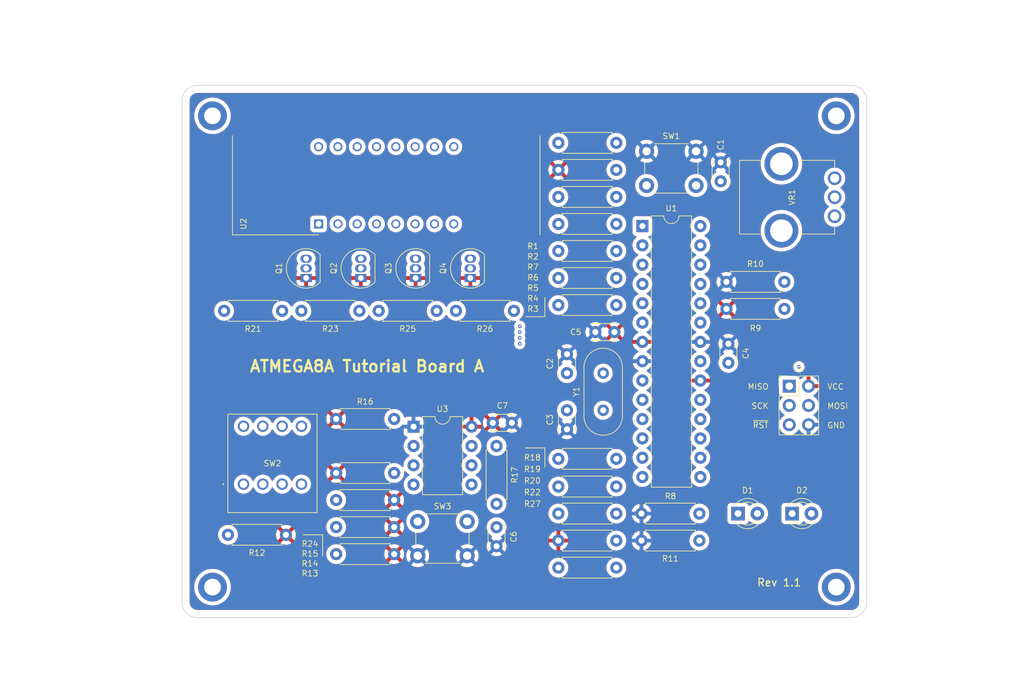
<source format=kicad_pcb>
(kicad_pcb (version 20221018) (generator pcbnew)
  (title_block (date "2023-02-08") (rev "1.0"))
  (layers (0 "F.Cu" signal) (1 "In1.Cu" signal) (2 "In2.Cu" signal) (31 "B.Cu" signal) (34 "B.Paste" user) (35 "F.Paste" user) (36 "B.SilkS" user "B.Silkscreen") (37 "F.SilkS" user "F.Silkscreen") (38 "B.Mask" user) (39 "F.Mask" user) (44 "Edge.Cuts" user))
  (net 0 "")
  (net 1 "VCC")
  (net 2 "Net-(U1-PB6{slash}XTAL1)")
  (net 3 "Net-(U1-PB7{slash}XTAL2)")
  (net 4 "Net-(U1-AREF)")
  (net 5 "Net-(U3-THR)")
  (net 6 "Net-(D1-K)")
  (net 7 "Net-(D1-A)")
  (net 8 "Net-(D2-K)")
  (net 9 "Net-(D2-A)")
  (net 10 "/A")
  (net 11 "/B")
  (net 12 "GND")
  (net 13 "/C")
  (net 14 "/D")
  (net 15 "/E")
  (net 16 "Frequency")
  (net 17 "Net-(Q1-B)")
  (net 18 "Net-(Q1-C)")
  (net 19 "Net-(Q2-B)")
  (net 20 "Net-(Q2-C)")
  (net 21 "Net-(Q3-B)")
  (net 22 "Net-(Q3-C)")
  (net 23 "Net-(Q4-B)")
  (net 24 "Net-(Q4-C)")
  (net 25 "~{DIGIT_0}")
  (net 26 "~{DIGIT_1}")
  (net 27 "~{DIGIT_2}")
  (net 28 "~{DIGIT_3}")
  (net 29 "MOSI")
  (net 30 "~{RESET}")
  (net 31 "SCK")
  (net 32 "MISO")
  (net 33 "/F")
  (net 34 "/G")
  (net 35 "/DEC")
  (net 36 "Net-(U3-R)")
  (net 39 "Net-(U1-PC4)")
  (net 42 "Net-(U2-CATHODE_AL1)")
  (net 43 "Net-(U2-CATHODE_BL2)")
  (net 44 "Net-(U2-CATHODE_CL3)")
  (net 45 "Net-(U2-CATHODE_D)")
  (net 46 "Net-(U2-CATHODE_E)")
  (net 47 "Net-(U2-CATHODE_F)")
  (net 48 "Net-(U2-CATHODE_G)")
  (net 49 "Net-(U2-CATHODE_DP)")
  (net 54 "Net-(SW2-NO1)")
  (net 55 "Net-(SW2-COM1)")
  (net 56 "Net-(SW2-COM2)")
  (net 57 "Net-(SW2-COM3)")
  (net 58 "Net-(SW2-COM4)")
  (net 59 "Net-(R9-Pad2)")
  (net 60 "Net-(R10-Pad2)")
  (net 61 "Net-(R1-Pad2)")
  (net 62 "Net-(U3-Q)")
  (footprint "Button_Switch_THT:SW_PUSH_6mm_H5mm" (layer "F.Cu") (at 87.936 81.306)
    (fp_text reference "SW3" (at 3.25 -2) (layer "F.SilkS") (effects (font (size 0.75 0.75) (thickness 0.1))))
    (fp_text value "Reset Button")
    (pad "1" thru_hole circle (at 0 0 90) (size 2 2) (drill 1.1) (layers "*.Cu" "*.Mask") (net 36 "Net-(U3-R)"))
    (pad "1" thru_hole circle (at 6.5 0 90) (size 2 2) (drill 1.1) (layers "*.Cu" "*.Mask") (net 36 "Net-(U3-R)"))
    (pad "2" thru_hole circle (at 0 4.5 90) (size 2 2) (drill 1.1) (layers "*.Cu" "*.Mask") (net 12 "GND"))
    (pad "2" thru_hole circle (at 6.5 4.5 90) (size 2 2) (drill 1.1) (layers "*.Cu" "*.Mask") (net 12 "GND"))
  )
  (footprint "Button_Switch_THT:SW_PUSH_6mm" (layer "F.Cu") (at 118.025 32.6)
    (fp_text reference "SW1" (at 3.25 -2) (layer "F.SilkS") (effects (font (size 0.75 0.75) (thickness 0.1))))
    (fp_text value "Reset Button")
    (pad "1" thru_hole circle (at 0 0 90) (size 2 2) (drill 1.1) (layers "*.Cu" "*.Mask") (net 12 "GND"))
    (pad "1" thru_hole circle (at 6.5 0 90) (size 2 2) (drill 1.1) (layers "*.Cu" "*.Mask") (net 12 "GND"))
    (pad "2" thru_hole circle (at 0 4.5 90) (size 2 2) (drill 1.1) (layers "*.Cu" "*.Mask") (net 61 "Net-(R1-Pad2)"))
    (pad "2" thru_hole circle (at 6.5 4.5 90) (size 2 2) (drill 1.1) (layers "*.Cu" "*.Mask") (net 61 "Net-(R1-Pad2)"))
  )
  (footprint "Resistor_THT:R_Axial_DIN0207_L6.3mm_D2.5mm_P7.62mm_Horizontal" (layer "F.Cu") (at 77.216 74.93)
    (fp_text reference "R24" (at -2.286 9.3218) (layer "F.SilkS") (effects (font (size 0.75 0.75) (thickness 0.1)) (justify right)))
    (fp_text value "10K")
    (pad "1" thru_hole circle (at 0 0) (size 1.6 1.6) (drill 0.8) (layers "*.Cu" "*.Mask") (net 1 "VCC"))
    (pad "2" thru_hole oval (at 7.62 0) (size 1.6 1.6) (drill 0.8) (layers "*.Cu" "*.Mask") (net 36 "Net-(U3-R)"))
  )
  (footprint "Resistor_THT:R_Axial_DIN0207_L6.3mm_D2.5mm_P7.62mm_Horizontal" (layer "F.Cu") (at 84.836 78.486 180)
    (fp_text reference "R15" (at 9.906 -7.0612 180) (layer "F.SilkS") (effects (font (size 0.75 0.75) (thickness 0.1)) (justify right)))
    (fp_text value "750K")
    (pad "1" thru_hole circle (at 0 0 180) (size 1.6 1.6) (drill 0.8) (layers "*.Cu" "*.Mask") (net 1 "VCC"))
    (pad "2" thru_hole oval (at 7.62 0 180) (size 1.6 1.6) (drill 0.8) (layers "*.Cu" "*.Mask") (net 58 "Net-(SW2-COM4)"))
  )
  (footprint "Resistor_THT:R_Axial_DIN0207_L6.3mm_D2.5mm_P7.62mm_Horizontal" (layer "F.Cu") (at 106.426 45.72)
    (fp_text reference "R5" (at -2.54 4.868332) (layer "F.SilkS") (effects (font (size 0.75 0.75) (thickness 0.1)) (justify right)))
    (fp_text value "1K")
    (pad "1" thru_hole circle (at 0 0) (size 1.6 1.6) (drill 0.8) (layers "*.Cu" "*.Mask") (net 42 "Net-(U2-CATHODE_AL1)"))
    (pad "2" thru_hole oval (at 7.62 0) (size 1.6 1.6) (drill 0.8) (layers "*.Cu" "*.Mask") (net 10 "/A"))
  )
  (footprint "Resistor_THT:R_Axial_DIN0207_L6.3mm_D2.5mm_P7.62mm_Horizontal" (layer "F.Cu") (at 106.426 49.276)
    (fp_text reference "R4" (at -2.54 2.688165) (layer "F.SilkS") (effects (font (size 0.75 0.75) (thickness 0.1)) (justify right)))
    (fp_text value "1K")
    (pad "1" thru_hole circle (at 0 0) (size 1.6 1.6) (drill 0.8) (layers "*.Cu" "*.Mask") (net 48 "Net-(U2-CATHODE_G)"))
    (pad "2" thru_hole oval (at 7.62 0) (size 1.6 1.6) (drill 0.8) (layers "*.Cu" "*.Mask") (net 34 "/G"))
  )
  (footprint "Resistor_THT:R_Axial_DIN0207_L6.3mm_D2.5mm_P7.62mm_Horizontal" (layer "F.Cu") (at 80.264 53.594 180)
    (fp_text reference "R23" (at 3.81 -2.37 180) (layer "F.SilkS") (effects (font (size 0.75 0.75) (thickness 0.1))))
    (fp_text value "50K")
    (pad "1" thru_hole circle (at 0 0 180) (size 1.6 1.6) (drill 0.8) (layers "*.Cu" "*.Mask") (net 26 "~{DIGIT_1}"))
    (pad "2" thru_hole oval (at 7.62 0 180) (size 1.6 1.6) (drill 0.8) (layers "*.Cu" "*.Mask") (net 19 "Net-(Q2-B)"))
  )
  (footprint "Resistor_THT:R_Axial_DIN0207_L6.3mm_D2.5mm_P7.62mm_Horizontal" (layer "F.Cu") (at 90.424 53.594 180)
    (fp_text reference "R25" (at 3.81 -2.37 180) (layer "F.SilkS") (effects (font (size 0.75 0.75) (thickness 0.1))))
    (fp_text value "50K")
    (pad "1" thru_hole circle (at 0 0 180) (size 1.6 1.6) (drill 0.8) (layers "*.Cu" "*.Mask") (net 27 "~{DIGIT_2}"))
    (pad "2" thru_hole oval (at 7.62 0 180) (size 1.6 1.6) (drill 0.8) (layers "*.Cu" "*.Mask") (net 21 "Net-(Q3-B)"))
  )
  (footprint "MountingHole:MountingHole_2.2mm_M2_DIN965_Pad_TopBottom" (layer "F.Cu") (at 142.96 89.94)
    (fp_text reference "H4" hide)
    (fp_text value "MountingHole")
    (pad "1" thru_hole circle (at 0 0) (size 2.6 2.6) (drill 2.2) (layers "*.Cu" "*.Mask"))
    (pad "1" connect circle (at 0 0) (size 3.8 3.8) (layers "F.Cu" "F.Mask"))
    (pad "1" connect circle (at 0 0) (size 3.8 3.8) (layers "B.Cu" "B.Mask"))
  )
  (footprint "Resistor_THT:R_Axial_DIN0207_L6.3mm_D2.5mm_P7.62mm_Horizontal" (layer "F.Cu") (at 114.046 80.264 180)
    (fp_text reference "R20" (at 12.192 4.318 180) (layer "F.SilkS") (effects (font (size 0.75 0.75) (thickness 0.1)) (justify left)))
    (fp_text value "1K")
    (pad "1" thru_hole circle (at 0 0 180) (size 1.6 1.6) (drill 0.8) (layers "*.Cu" "*.Mask") (net 35 "/DEC"))
    (pad "2" thru_hole oval (at 7.62 0 180) (size 1.6 1.6) (drill 0.8) (layers "*.Cu" "*.Mask") (net 49 "Net-(U2-CATHODE_DP)"))
  )
  (footprint "Resistor_THT:R_Axial_DIN0207_L6.3mm_D2.5mm_P7.62mm_Horizontal" (layer "F.Cu") (at 128.524 49.784)
    (fp_text reference "R10" (at 3.81 -2.37) (layer "F.SilkS") (effects (font (size 0.75 0.75) (thickness 0.1))))
    (fp_text value "1K")
    (pad "1" thru_hole circle (at 0 0) (size 1.6 1.6) (drill 0.8) (layers "*.Cu" "*.Mask") (net 12 "GND"))
    (pad "2" thru_hole oval (at 7.62 0) (size 1.6 1.6) (drill 0.8) (layers "*.Cu" "*.Mask") (net 60 "Net-(R10-Pad2)"))
  )
  (footprint "MountingHole:MountingHole_2.2mm_M2_DIN965_Pad_TopBottom" (layer "F.Cu") (at 142.96 27.94)
    (fp_text reference "H1" hide)
    (fp_text value "MountingHole")
    (pad "1" thru_hole circle (at 0 0) (size 2.6 2.6) (drill 2.2) (layers "*.Cu" "*.Mask"))
    (pad "1" connect circle (at 0 0) (size 3.8 3.8) (layers "F.Cu" "F.Mask"))
    (pad "1" connect circle (at 0 0) (size 3.8 3.8) (layers "B.Cu" "B.Mask"))
  )
  (footprint "Capacitor_THT:C_Disc_D3.0mm_W2.0mm_P2.50mm" (layer "F.Cu") (at 98.298 82.062 -90)
    (fp_text reference "C6" (at 1.25 -2.25 -90) (layer "F.SilkS") (effects (font (size 0.75 0.75) (thickness 0.1))))
    (fp_text value "0.01uF")
    (pad "1" thru_hole circle (at 0 0 270) (size 1.6 1.6) (drill 0.8) (layers "*.Cu" "*.Mask") (net 5 "Net-(U3-THR)"))
    (pad "2" thru_hole circle (at 2.5 0 270) (size 1.6 1.6) (drill 0.8) (layers "*.Cu" "*.Mask") (net 12 "GND"))
  )
  (footprint "Crystal:Crystal_HC49-4H_Vertical" (layer "F.Cu") (at 112.31775 66.675 90)
    (fp_text reference "Y1" (at 2.44 -3.525 90) (layer "F.SilkS") (effects (font (size 0.75 0.75) (thickness 0.1))))
    (fp_text value "16MHz")
    (pad "1" thru_hole circle (at 0 0 90) (size 1.5 1.5) (drill 0.8) (layers "*.Cu" "*.Mask") (net 3 "Net-(U1-PB7{slash}XTAL2)"))
    (pad "2" thru_hole circle (at 4.88 0 90) (size 1.5 1.5) (drill 0.8) (layers "*.Cu" "*.Mask") (net 2 "Net-(U1-PB6{slash}XTAL1)"))
  )
  (footprint "Resistor_THT:R_Axial_DIN0207_L6.3mm_D2.5mm_P7.62mm_Horizontal" (layer "F.Cu") (at 106.426 52.832)
    (fp_text reference "R3" (at -2.54 0.508) (layer "F.SilkS") (effects (font (size 0.75 0.75) (thickness 0.1)) (justify right)))
    (fp_text value "1K")
    (pad "1" thru_hole circle (at 0 0) (size 1.6 1.6) (drill 0.8) (layers "*.Cu" "*.Mask") (net 43 "Net-(U2-CATHODE_BL2)"))
    (pad "2" thru_hole oval (at 7.62 0) (size 1.6 1.6) (drill 0.8) (layers "*.Cu" "*.Mask") (net 11 "/B"))
  )
  (footprint "Capacitor_THT:C_Disc_D3.0mm_W2.0mm_P2.50mm" (layer "F.Cu") (at 107.559 69.175 90)
    (fp_text reference "C3" (at 1.25 -2.25 90) (layer "F.SilkS") (effects (font (size 0.75 0.75) (thickness 0.1))))
    (fp_text value "22pF")
    (pad "1" thru_hole circle (at 0 0 90) (size 1.6 1.6) (drill 0.8) (layers "*.Cu" "*.Mask") (net 12 "GND"))
    (pad "2" thru_hole circle (at 2.5 0 90) (size 1.6 1.6) (drill 0.8) (layers "*.Cu" "*.Mask") (net 3 "Net-(U1-PB7{slash}XTAL2)"))
  )
  (footprint "Resistor_THT:R_Axial_DIN0207_L6.3mm_D2.5mm_P7.62mm_Horizontal" (layer "F.Cu") (at 106.426 42.164)
    (fp_text reference "R6" (at -2.54 7.048499) (layer "F.SilkS") (effects (font (size 0.75 0.75) (thickness 0.1)) (justify right)))
    (fp_text value "1K")
    (pad "1" thru_hole circle (at 0 0) (size 1.6 1.6) (drill 0.8) (layers "*.Cu" "*.Mask") (net 44 "Net-(U2-CATHODE_CL3)"))
    (pad "2" thru_hole oval (at 7.62 0) (size 1.6 1.6) (drill 0.8) (layers "*.Cu" "*.Mask") (net 13 "/C"))
  )
  (footprint "Resistor_THT:R_Axial_DIN0207_L6.3mm_D2.5mm_P7.62mm_Horizontal" (layer "F.Cu") (at 114.046 87.376 180)
    (fp_text reference "R27" (at 12.192 8.382) (layer "F.SilkS") (effects (font (size 0.75 0.75) (thickness 0.1)) (justify left)))
    (fp_text value "1K")
    (pad "1" thru_hole circle (at 0 0 180) (size 1.6 1.6) (drill 0.8) (layers "*.Cu" "*.Mask") (net 16 "Frequency"))
    (pad "2" thru_hole oval (at 7.62 0 180) (size 1.6 1.6) (drill 0.8) (layers "*.Cu" "*.Mask") (net 62 "Net-(U3-Q)"))
  )
  (footprint "Package_TO_SOT_THT:TO-92_Inline" (layer "F.Cu") (at 94.850625 49.276 90)
    (fp_text reference "Q4" (at 1.27 -3.56 90) (layer "F.SilkS") (effects (font (size 0.75 0.75) (thickness 0.1))))
    (fp_text value "2N3906")
    (pad "1" thru_hole rect (at 0 0 90) (size 1.05 1.5) (drill 0.75) (layers "*.Cu" "*.Mask") (net 1 "VCC"))
    (pad "2" thru_hole oval (at 1.27 0 90) (size 1.05 1.5) (drill 0.75) (layers "*.Cu" "*.Mask") (net 23 "Net-(Q4-B)"))
    (pad "3" thru_hole oval (at 2.54 0 90) (size 1.05 1.5) (drill 0.75) (layers "*.Cu" "*.Mask") (net 24 "Net-(Q4-C)"))
  )
  (footprint "Package_DIP:DIP-8_W7.62mm" (layer "F.Cu") (at 87.386 68.834)
    (fp_text reference "U3" (at 3.81 -2.33) (layer "F.SilkS") (effects (font (size 0.75 0.75) (thickness 0.1))))
    (fp_text value "NE555P")
    (pad "1" thru_hole rect (at 0 0) (size 1.6 1.6) (drill 0.8) (layers "*.Cu" "*.Mask") (net 12 "GND"))
    (pad "2" thru_hole oval (at 0 2.54) (size 1.6 1.6) (drill 0.8) (layers "*.Cu" "*.Mask") (net 5 "Net-(U3-THR)"))
    (pad "3" thru_hole oval (at 0 5.08) (size 1.6 1.6) (drill 0.8) (layers "*.Cu" "*.Mask") (net 62 "Net-(U3-Q)"))
    (pad "4" thru_hole oval (at 0 7.62) (size 1.6 1.6) (drill 0.8) (layers "*.Cu" "*.Mask") (net 36 "Net-(U3-R)"))
    (pad "5" thru_hole oval (at 7.62 7.62) (size 1.6 1.6) (drill 0.8) (layers "*.Cu" "*.Mask"))
    (pad "6" thru_hole oval (at 7.62 5.08) (size 1.6 1.6) (drill 0.8) (layers "*.Cu" "*.Mask") (net 5 "Net-(U3-THR)"))
    (pad "7" thru_hole oval (at 7.62 2.54) (size 1.6 1.6) (drill 0.8) (layers "*.Cu" "*.Mask") (net 54 "Net-(SW2-NO1)"))
    (pad "8" thru_hole oval (at 7.62 0) (size 1.6 1.6) (drill 0.8) (layers "*.Cu" "*.Mask") (net 1 "VCC"))
  )
  (footprint "Package_DIP:DIP-28_W7.62mm" (layer "F.Cu") (at 117.475 42.44)
    (fp_text reference "U1" (at 3.81 -2.33) (layer "F.SilkS") (effects (font (size 0.75 0.75) (thickness 0.1))))
    (fp_text value "ATmega8A-P")
    (pad "1" thru_hole rect (at 0 0) (size 1.6 1.6) (drill 0.8) (layers "*.Cu" "*.Mask") (net 30 "~{RESET}"))
    (pad "2" thru_hole oval (at 0 2.54) (size 1.6 1.6) (drill 0.8) (layers "*.Cu" "*.Mask") (net 33 "/F"))
    (pad "3" thru_hole oval (at 0 5.08) (size 1.6 1.6) (drill 0.8) (layers "*.Cu" "*.Mask") (net 13 "/C"))
    (pad "4" thru_hole oval (at 0 7.62) (size 1.6 1.6) (drill 0.8) (layers "*.Cu" "*.Mask") (net 10 "/A"))
    (pad "5" thru_hole oval (at 0 10.16) (size 1.6 1.6) (drill 0.8) (layers "*.Cu" "*.Mask") (net 34 "/G"))
    (pad "6" thru_hole oval (at 0 12.7) (size 1.6 1.6) (drill 0.8) (layers "*.Cu" "*.Mask") (net 11 "/B"))
    (pad "7" thru_hole oval (at 0 15.24) (size 1.6 1.6) (drill 0.8) (layers "*.Cu" "*.Mask") (net 1 "VCC"))
    (pad "8" thru_hole oval (at 0 17.78) (size 1.6 1.6) (drill 0.8) (layers "*.Cu" "*.Mask") (net 12 "GND"))
    (pad "9" thru_hole oval (at 0 20.32) (size 1.6 1.6) (drill 0.8) (layers "*.Cu" "*.Mask") (net 2 "Net-(U1-PB6{slash}XTAL1)"))
    (pad "10" thru_hole oval (at 0 22.86) (size 1.6 1.6) (drill 0.8) (layers "*.Cu" "*.Mask") (net 3 "Net-(U1-PB7{slash}XTAL2)"))
    (pad "11" thru_hole oval (at 0 25.4) (size 1.6 1.6) (drill 0.8) (layers "*.Cu" "*.Mask") (net 14 "/D"))
    (pad "12" thru_hole oval (at 0 27.94) (size 1.6 1.6) (drill 0.8) (layers "*.Cu" "*.Mask") (net 15 "/E"))
    (pad "13" thru_hole oval (at 0 30.48) (size 1.6 1.6) (drill 0.8) (layers "*.Cu" "*.Mask") (net 35 "/DEC"))
    (pad "14" thru_hole oval (at 0 33.02) (size 1.6 1.6) (drill 0.8) (layers "*.Cu" "*.Mask") (net 16 "Frequency"))
    (pad "15" thru_hole oval (at 7.62 33.02) (size 1.6 1.6) (drill 0.8) (layers "*.Cu" "*.Mask") (net 7 "Net-(D1-A)"))
    (pad "16" thru_hole oval (at 7.62 30.48) (size 1.6 1.6) (drill 0.8) (layers "*.Cu" "*.Mask") (net 9 "Net-(D2-A)"))
    (pad "17" thru_hole oval (at 7.62 27.94) (size 1.6 1.6) (drill 0.8) (layers "*.Cu" "*.Mask") (net 29 "MOSI"))
    (pad "18" thru_hole oval (at 7.62 25.4) (size 1.6 1.6) (drill 0.8) (layers "*.Cu" "*.Mask") (net 32 "MISO"))
    (pad "19" thru_hole oval (at 7.62 22.86) (size 1.6 1.6) (drill 0.8) (layers "*.Cu" "*.Mask") (net 31 "SCK"))
    (pad "20" thru_hole oval (at 7.62 20.32) (size 1.6 1.6) (drill 0.8) (layers "*.Cu" "*.Mask") (net 1 "VCC"))
    (pad "21" thru_hole oval (at 7.62 17.78) (size 1.6 1.6) (drill 0.8) (layers "*.Cu" "*.Mask") (net 4 "Net-(U1-AREF)"))
    (pad "22" thru_hole oval (at 7.62 15.24) (size 1.6 1.6) (drill 0.8) (layers "*.Cu" "*.Mask") (net 12 "GND"))
    (pad "23" thru_hole oval (at 7.62 12.7) (size 1.6 1.6) (drill 0.8) (layers "*.Cu" "*.Mask") (net 25 "~{DIGIT_0}"))
    (pad "24" thru_hole oval (at 7.62 10.16) (size 1.6 1.6) (drill 0.8) (layers "*.Cu" "*.Mask") (net 26 "~{DIGIT_1}"))
    (pad "25" thru_hole oval (at 7.62 7.62) (size 1.6 1.6) (drill 0.8) (layers "*.Cu" "*.Mask") (net 27 "~{DIGIT_2}"))
    (pad "26" thru_hole oval (at 7.62 5.08) (size 1.6 1.6) (drill 0.8) (layers "*.Cu" "*.Mask") (net 28 "~{DIGIT_3}"))
    (pad "27" thru_hole oval (at 7.62 2.54) (size 1.6 1.6) (drill 0.8) (layers "*.Cu" "*.Mask") (net 39 "Net-(U1-PC4)"))
    (pad "28" thru_hole oval (at 7.62 0) (size 1.6 1.6) (drill 0.8) (layers "*.Cu" "*.Mask"))
  )
  (footprint "Resistor_THT:R_Axial_DIN0207_L6.3mm_D2.5mm_P7.62mm_Horizontal" (layer "F.Cu") (at 124.968 80.264 180)
    (fp_text reference "R8" (at 3.81 2.286) (layer "F.SilkS") (effects (font (size 0.75 0.75) (thickness 0.1))))
    (fp_text value "1K")
    (pad "1" thru_hole circle (at 0 0 180) (size 1.6 1.6) (drill 0.8) (layers "*.Cu" "*.Mask") (net 6 "Net-(D1-K)"))
    (pad "2" thru_hole oval (at 7.62 0 180) (size 1.6 1.6) (drill 0.8) (layers "*.Cu" "*.Mask") (net 12 "GND"))
  )
  (footprint "Capacitor_THT:C_Disc_D3.0mm_W2.0mm_P2.50mm" (layer "F.Cu") (at 128.778 57.932 -90)
    (fp_text reference "C4" (at 1.25 -2.286 90) (layer "F.SilkS") (effects (font (size 0.75 0.75) (thickness 0.1))))
    (fp_text value "0.1uF")
    (pad "1" thru_hole circle (at 0 0 270) (size 1.6 1.6) (drill 0.8) (layers "*.Cu" "*.Mask") (net 12 "GND"))
    (pad "2" thru_hole circle (at 2.5 0 270) (size 1.6 1.6) (drill 0.8) (layers "*.Cu" "*.Mask") (net 4 "Net-(U1-AREF)"))
  )
  (footprint "Resistor_THT:R_Axial_DIN0207_L6.3mm_D2.5mm_P7.62mm_Horizontal" (layer "F.Cu") (at 114.046 83.82 180)
    (fp_text reference "R22" (at 12.192 6.35) (layer "F.SilkS") (effects (font (size 0.75 0.75) (thickness 0.1)) (justify left)))
    (fp_text value "100K")
    (pad "1" thru_hole circle (at 0 0 180) (size 1.6 1.6) (drill 0.8) (layers "*.Cu" "*.Mask") (net 16 "Frequency"))
    (pad "2" thru_hole oval (at 7.62 0 180) (size 1.6 1.6) (drill 0.8) (layers "*.Cu" "*.Mask") (net 1 "VCC"))
  )
  (footprint "Resistor_THT:R_Axial_DIN0207_L6.3mm_D2.5mm_P7.62mm_Horizontal" (layer "F.Cu") (at 114.046 73.063 180)
    (fp_text reference "R18" (at 12.192 0.165 180) (layer "F.SilkS") (effects (font (size 0.75 0.75) (thickness 0.1)) (justify left)))
    (fp_text value "1K")
    (pad "1" thru_hole circle (at 0 0 180) (size 1.6 1.6) (drill 0.8) (layers "*.Cu" "*.Mask") (net 14 "/D"))
    (pad "2" thru_hole oval (at 7.62 0 180) (size 1.6 1.6) (drill 0.8) (layers "*.Cu" "*.Mask") (net 45 "Net-(U2-CATHODE_D)"))
  )
  (footprint "Capacitor_THT:C_Disc_D3.0mm_W2.0mm_P2.50mm" (layer "F.Cu") (at 97.81 68.326)
    (fp_text reference "C7" (at 1.25 -2.25) (layer "F.SilkS") (effects (font (size 0.75 0.75) (thickness 0.1))))
    (fp_text value "0.01uF")
    (pad "1" thru_hole circle (at 0 0) (size 1.6 1.6) (drill 0.8) (layers "*.Cu" "*.Mask") (net 1 "VCC"))
    (pad "2" thru_hole circle (at 2.5 0) (size 1.6 1.6) (drill 0.8) (layers "*.Cu" "*.Mask") (net 12 "GND"))
  )
  (footprint "Resistor_THT:R_Axial_DIN0207_L6.3mm_D2.5mm_P7.62mm_Horizontal" (layer "F.Cu") (at 114.046 76.708 180)
    (fp_text reference "R19" (at 12.192 2.286 180) (layer "F.SilkS") (effects (font (size 0.75 0.75) (thickness 0.1)) (justify left)))
    (fp_text value "1K")
    (pad "1" thru_hole circle (at 0 0 180) (size 1.6 1.6) (drill 0.8) (layers "*.Cu" "*.Mask") (net 15 "/E"))
    (pad "2" thru_hole oval (at 7.62 0 180) (size 1.6 1.6) (drill 0.8) (layers "*.Cu" "*.Mask") (net 46 "Net-(U2-CATHODE_E)"))
  )
  (footprint "MountingHole:MountingHole_2.2mm_M2_DIN965_Pad_TopBottom" (layer "F.Cu") (at 60.96 27.94)
    (fp_text reference "H3" hide)
    (fp_text value "MountingHole")
    (pad "1" thru_hole circle (at 0 0) (size 2.6 2.6) (drill 2.2) (layers "*.Cu" "*.Mask"))
    (pad "1" connect circle (at 0 0) (size 3.8 3.8) (layers "F.Cu" "F.Mask"))
    (pad "1" connect circle (at 0 0) (size 3.8 3.8) (layers "B.Cu" "B.Mask"))
  )
  (footprint "Resistor_THT:R_Axial_DIN0207_L6.3mm_D2.5mm_P7.62mm_Horizontal" (layer "F.Cu") (at 106.426 31.496)
    (fp_text reference "R1" (at -2.54 13.589) (layer "F.SilkS") (effects (font (size 0.75 0.75) (thickness 0.1)) (justify right)))
    (fp_text value "330")
    (pad "1" thru_hole circle (at 0 0) (size 1.6 1.6) (drill 0.8) (layers "*.Cu" "*.Mask") (net 30 "~{RESET}"))
    (pad "2" thru_hole oval (at 7.62 0) (size 1.6 1.6) (drill 0.8) (layers "*.Cu" "*.Mask") (net 61 "Net-(R1-Pad2)"))
  )
  (footprint "Resistor_THT:R_Axial_DIN0207_L6.3mm_D2.5mm_P7.62mm_Horizontal" (layer "F.Cu") (at 84.836 82.042 180)
    (fp_text reference "R14" (at 9.906 -4.8006 180) (layer "F.SilkS") (effects (font (size 0.75 0.75) (thickness 0.1)) (justify right)))
    (fp_text value "270K")
    (pad "1" thru_hole circle (at 0 0 180) (size 1.6 1.6) (drill 0.8) (layers "*.Cu" "*.Mask") (net 1 "VCC"))
    (pad "2" thru_hole oval (at 7.62 0 180) (size 1.6 1.6) (drill 0.8) (layers "*.Cu" "*.Mask") (net 57 "Net-(SW2-COM3)"))
  )
  (footprint "Capacitor_THT:C_Disc_D3.0mm_W2.0mm_P2.50mm" (layer "F.Cu") (at 127.762 34.056 -90)
    (fp_text reference "C1" (at -2.326 0 90) (layer "F.SilkS") (effects (font (size 0.75 0.75) (thickness 0.1))))
    (fp_text value "0.1uF")
    (pad "1" thru_hole circle (at 0 0 270) (size 1.6 1.6) (drill 0.8) (layers "*.Cu" "*.Mask") (net 12 "GND"))
    (pad "2" thru_hole circle (at 2.5 0 270) (size 1.6 1.6) (drill 0.8) (layers "*.Cu" "*.Mask") (net 30 "~{RESET}"))
  )
  (footprint "Resistor_THT:R_Axial_DIN0207_L6.3mm_D2.5mm_P7.62mm_Horizontal" (layer "F.Cu") (at 70.104 53.594 180)
    (fp_text reference "R21" (at 3.81 -2.37 180) (layer "F.SilkS") (effects (font (size 0.75 0.75) (thickness 0.1))))
    (fp_text value "50K")
    (pad "1" thru_hole circle (at 0 0 180) (size 1.6 1.6) (drill 0.8) (layers "*.Cu" "*.Mask") (net 25 "~{DIGIT_0}"))
    (pad "2" thru_hole oval (at 7.62 0 180) (size 1.6 1.6) (drill 0.8) (layers "*.Cu" "*.Mask") (net 17 "Net-(Q1-B)"))
  )
  (footprint "Resistor_THT:R_Axial_DIN0207_L6.3mm_D2.5mm_P7.62mm_Horizontal" (layer "F.Cu") (at 98.298 71.374 -90)
    (fp_text reference "R17" (at 3.81 -2.37 -90) (layer "F.SilkS") (effects (font (size 0.75 0.75) (thickness 0.1))))
    (fp_text value "100K")
    (pad "1" thru_hole circle (at 0 0 270) (size 1.6 1.6) (drill 0.8) (layers "*.Cu" "*.Mask") (net 54 "Net-(SW2-NO1)"))
    (pad "2" thru_hole oval (at 7.62 0 270) (size 1.6 1.6) (drill 0.8) (layers "*.Cu" "*.Mask") (net 5 "Net-(U3-THR)"))
  )
  (footprint "Resistor_THT:R_Axial_DIN0207_L6.3mm_D2.5mm_P7.62mm_Horizontal" (layer "F.Cu") (at 106.426 38.608)
    (fp_text reference "R7" (at -2.54 9.228666) (layer "F.SilkS") (effects (font (size 0.75 0.75) (thickness 0.1)) (justify right)))
    (fp_text value "1K")
    (pad "1" thru_hole circle (at 0 0) (size 1.6 1.6) (drill 0.8) (layers "*.Cu" "*.Mask") (net 47 "Net-(U2-CATHODE_F)"))
    (pad "2" thru_hole oval (at 7.62 0) (size 1.6 1.6) (drill 0.8) (layers "*.Cu" "*.Mask") (net 33 "/F"))
  )
  (footprint "Capacitor_THT:C_Disc_D3.0mm_W2.0mm_P2.50mm" (layer "F.Cu") (at 113.792 56.388 180)
    (fp_text reference "C5" (at 5.08 0) (layer "F.SilkS") (effects (font (size 0.75 0.75) (thickness 0.1))))
    (fp_text value "0.01uF")
    (pad "1" thru_hole circle (at 0 0 180) (size 1.6 1.6) (drill 0.8) (layers "*.Cu" "*.Mask") (net 1 "VCC"))
    (pad "2" thru_hole circle (at 2.5 0 180) (size 1.6 1.6) (drill 0.8) (layers "*.Cu" "*.Mask") (net 12 "GND"))
  )
  (footprint "Resistor_THT:R_Axial_DIN0207_L6.3mm_D2.5mm_P7.62mm_Horizontal" (layer "F.Cu") (at 106.426 35.052)
    (fp_text reference "R2" (at -2.54 11.408833) (layer "F.SilkS") (effects (font (size 0.75 0.75) (thickness 0.1)) (justify right)))
    (fp_text value "10K")
    (pad "1" thru_hole circle (at 0 0) (size 1.6 1.6) (drill 0.8) (layers "*.Cu" "*.Mask") (net 1 "VCC"))
    (pad "2" thru_hole oval (at 7.62 0) (size 1.6 1.6) (drill 0.8) (layers "*.Cu" "*.Mask") (net 30 "~{RESET}"))
  )
  (footprint "Package_TO_SOT_THT:TO-92_Inline" (layer "F.Cu") (at 73.260625 49.276 90)
    (fp_text reference "Q1" (at 1.27 -3.56 90) (layer "F.SilkS") (effects (font (size 0.75 0.75) (thickness 0.1))))
    (fp_text value "2N3906")
    (pad "1" thru_hole rect (at 0 0 90) (size 1.05 1.5) (drill 0.75) (layers "*.Cu" "*.Mask") (net 1 "VCC"))
    (pad "2" thru_hole oval (at 1.27 0 90) (size 1.05 1.5) (drill 0.75) (layers "*.Cu" "*.Mask") (net 17 "Net-(Q1-B)"))
    (pad "3" thru_hole oval (at 2.54 0 90) (size 1.05 1.5) (drill 0.75) (layers "*.Cu" "*.Mask") (net 18 "Net-(Q1-C)"))
  )
  (footprint "Resistor_THT:R_Axial_DIN0207_L6.3mm_D2.5mm_P7.62mm_Horizontal" (layer "F.Cu") (at 124.968 83.82 180)
    (fp_text reference "R11" (at 3.81 -2.37) (layer "F.SilkS") (effects (font (size 0.75 0.75) (thickness 0.1))))
    (fp_text value "1K")
    (pad "1" thru_hole circle (at 0 0 180) (size 1.6 1.6) (drill 0.8) (layers "*.Cu" "*.Mask") (net 8 "Net-(D2-K)"))
    (pad "2" thru_hole oval (at 7.62 0 180) (size 1.6 1.6) (drill 0.8) (layers "*.Cu" "*.Mask") (net 12 "GND"))
  )
  (footprint "Resistor_THT:R_Axial_DIN0207_L6.3mm_D2.5mm_P7.62mm_Horizontal" (layer "F.Cu") (at 100.584 53.594 180)
    (fp_text reference "R26" (at 3.81 -2.37 180) (layer "F.SilkS") (effects (font (size 0.75 0.75) (thickness 0.1))))
    (fp_text value "50K")
    (pad "1" thru_hole circle (at 0 0 180) (size 1.6 1.6) (drill 0.8) (layers "*.Cu" "*.Mask") (net 28 "~{DIGIT_3}"))
    (pad "2" thru_hole oval (at 7.62 0 180) (size 1.6 1.6) (drill 0.8) (layers "*.Cu" "*.Mask") (net 23 "Net-(Q4-B)"))
  )
  (footprint "MountingHole:MountingHole_2.2mm_M2_DIN965_Pad_TopBottom" (layer "F.Cu") (at 60.96 89.94)
    (fp_text reference "H2" hide)
    (fp_text value "MountingHole")
    (pad "1" thru_hole circle (at 0 0) (size 2.6 2.6) (drill 2.2) (layers "*.Cu" "*.Mask"))
    (pad "1" connect circle (at 0 0) (size 3.8 3.8) (layers "F.Cu" "F.Mask"))
    (pad "1" connect circle (at 0 0) (size 3.8 3.8) (layers "B.Cu" "B.Mask"))
  )
  (footprint "Package_TO_SOT_THT:TO-92_Inline" (layer "F.Cu") (at 87.653957 49.276 90)
    (fp_text reference "Q3" (at 1.27 -3.56 90) (layer "F.SilkS") (effects (font (size 0.75 0.75) (thickness 0.1))))
    (fp_text value "2N3906")
    (pad "1" thru_hole rect (at 0 0 90) (size 1.05 1.5) (drill 0.75) (layers "*.Cu" "*.Mask") (net 1 "VCC"))
    (pad "2" thru_hole oval (at 1.27 0 90) (size 1.05 1.5) (drill 0.75) (layers "*.Cu" "*.Mask") (net 21 "Net-(Q3-B)"))
    (pad "3" thru_hole oval (at 2.54 0 90) (size 1.05 1.5) (drill 0.75) (layers "*.Cu" "*.Mask") (net 22 "Net-(Q3-C)"))
  )
  (footprint "Resistor_THT:R_Axial_DIN0207_L6.3mm_D2.5mm_P7.62mm_Horizontal" (layer "F.Cu") (at 70.612 83.058 180)
    (fp_text reference "R12" (at 3.81 -2.37 180) (layer "F.SilkS") (effects (font (size 0.75 0.75) (thickness 0.1))))
    (fp_text value "1M")
    (pad "1" thru_hole circle (at 0 0 180) (size 1.6 1.6) (drill 0.8) (layers "*.Cu" "*.Mask") (net 1 "VCC"))
    (pad "2" thru_hole oval (at 7.62 0 180) (size 1.6 1.6) (drill 0.8) (layers "*.Cu" "*.Mask") (net 55 "Net-(SW2-COM1)"))
  )
  (footprint "Package_TO_SOT_THT:TO-92_Inline" (layer "F.Cu") (at 80.457291 49.276 90)
    (fp_text reference "Q2" (at 1.27 -3.56 90) (layer "F.SilkS") (effects (font (size 0.75 0.75) (thickness 0.1))))
    (fp_text value "2N3906")
    (pad "1" thru_hole rect (at 0 0 90) (size 1.05 1.5) (drill 0.75) (layers "*.Cu" "*.Mask") (net 1 "VCC"))
    (pad "2" thru_hole oval (at 1.27 0 90) (size 1.05 1.5) (drill 0.75) (layers "*.Cu" "*.Mask") (net 19 "Net-(Q2-B)"))
    (pad "3" thru_hole oval (at 2.54 0 90) (size 1.05 1.5) (drill 0.75) (layers "*.Cu" "*.Mask") (net 20 "Net-(Q2-C)"))
  )
  (footprint "LED_THT:LED_D3.0mm" (layer "F.Cu") (at 137.16 80.264)
    (fp_text reference "D2" (at 1.2795 -3.048) (layer "F.SilkS") (effects (font (size 0.75 0.75) (thickness 0.1))))
    (fp_text value "LED")
    (pad "1" thru_hole rect (at 0 0) (size 1.8 1.8) (drill 0.9) (layers "*.Cu" "*.Mask") (net 8 "Net-(D2-K)"))
    (pad "2" thru_hole circle (at 2.54 0) (size 1.8 1.8) (drill 0.9) (layers "*.Cu" "*.Mask") (net 9 "Net-(D2-A)"))
  )
  (footprint "7 Segment Display:DIPS1016W50P254L4018H725Q16N" (layer "F.Cu") (at 74.9 42.16 90)
    (fp_text reference "U2" (at 0 -9.876 90) (layer "F.SilkS") (effects (font (size 0.75 0.75) (thickness 0.1))))
    (fp_text value "LTC-4627JR" hide)
    (pad "1" thru_hole rect (at 0 0 90) (size 1.2 1.2) (drill 0.8) (layers "*.Cu" "*.Mask") (net 18 "Net-(Q1-C)"))
    (pad "2" thru_hole circle (at 0 2.54 90) (size 1.2 1.2) (drill 0.8) (layers "*.Cu" "*.Mask") (net 20 "Net-(Q2-C)"))
    (pad "3" thru_hole circle (at 0 5.08 90) (size 1.2 1.2) (drill 0.8) (layers "*.Cu" "*.Mask") (net 45 "Net-(U2-CATHODE_D)"))
    (pad "4" thru_hole circle (at 0 7.62 90) (size 1.2 1.2) (drill 0.8) (layers "*.Cu" "*.Mask"))
    (pad "5" thru_hole circle (at 0 10.16 90) (size 1.2 1.2) (drill 0.8) (layers "*.Cu" "*.Mask") (net 46 "Net-(U2-CATHODE_E)"))
    (pad "6" thru_hole circle (at 0 12.7 90) (size 1.2 1.2) (drill 0.8) (layers "*.Cu" "*.Mask") (net 22 "Net-(Q3-C)"))
    (pad "7" thru_hole circle (at 0 15.24 90) (size 1.2 1.2) (drill 0.8) (layers "*.Cu" "*.Mask") (net 49 "Net-(U2-CATHODE_DP)"))
    (pad "8" thru_hole circle (at 0 17.78 90) (size 1.2 1.2) (drill 0.8) (layers "*.Cu" "*.Mask") (net 24 "Net-(Q4-C)"))
    (pad "9" thru_hole circle (at 10.16 17.78 90) (size 1.2 1.2) (drill 0.8) (layers "*.Cu" "*.Mask"))
    (pad "10" thru_hole circle (at 10.16 15.24 90) (size 1.2 1.2) (drill 0.8) (layers "*.Cu" "*.Mask"))
    (pad "11" thru_hole circle (at 10.16 12.7 90) (size 1.2 1.2) (drill 0.8) (layers "*.Cu" "*.Mask") (net 47 "Net-(U2-CATHODE_F)"))
    (pad "12" thru_hole circle (at 10.16 10.16 90) (size 1.2 1.2) (drill 0.8) (layers "*.Cu" "*.Mask"))
    (pad "13" thru_hole circle (at 10.16 7.62 90) (size 1.2 1.2) (drill 0.8) (layers "*.Cu" "*.Mask") (net 44 "Net-(U2-CATHODE_CL3)"))
    (pad "14" thru_hole circle (at 10.16 5.08 90) (size 1.2 1.2) (drill 0.8) (layers "*.Cu" "*.Mask") (net 42 "Net-(U2-CATHODE_AL1)"))
    (pad "15" thru_hole circle (at 10.16 2.54 90) (size 1.2 1.2) (drill 0.8) (layers "*.Cu" "*.Mask") (net 48 "Net-(U2-CATHODE_G)"))
    (pad "16" thru_hole circle (at 10.16 0 90) (size 1.2 1.2) (drill 0.8) (layers "*.Cu" "*.Mask") (net 43 "Net-(U2-CATHODE_BL2)"))
  )
  (footprint "Capacitor_THT:C_Disc_D3.0mm_W2.0mm_P2.50mm" (layer "F.Cu") (at 107.559 61.795 90)
    (fp_text reference "C2" (at 1.25 -2.25 90) (layer "F.SilkS") (effects (font (size 0.75 0.75) (thickness 0.1))))
    (fp_text value "22pF")
    (pad "1" thru_hole circle (at 0 0 90) (size 1.6 1.6) (drill 0.8) (layers "*.Cu" "*.Mask") (net 2 "Net-(U1-PB6{slash}XTAL1)"))
    (pad "2" thru_hole circle (at 2.5 0 90) (size 1.6 1.6) (drill 0.8) (layers "*.Cu" "*.Mask") (net 12 "GND"))
  )
  (footprint "Connector_PinHeader_2.54mm:PinHeader_2x03_P2.54mm_Vertical" (layer "F.Cu") (at 136.779 63.5)
    (fp_text reference "J1" (at 1.27 -2.33) (layer "F.SilkS") (effects (font (size 0.75 0.75) (thickness 0.1))))
    (fp_text value "AVR-ISP-6")
    (pad "1" thru_hole rect (at 0 0) (size 1.7 1.7) (drill 1) (layers "*.Cu" "*.Mask") (net 32 "MISO"))
    (pad "2" thru_hole oval (at 2.54 0) (size 1.7 1.7) (drill 1) (layers "*.Cu" "*.Mask") (net 1 "VCC"))
    (pad "3" thru_hole oval (at 0 2.54) (size 1.7 1.7) (drill 1) (layers "*.Cu" "*.Mask") (net 31 "SCK"))
    (pad "4" thru_hole oval (at 2.54 2.54) (size 1.7 1.7) (drill 1) (layers "*.Cu" "*.Mask") (net 29 "MOSI"))
    (pad "5" thru_hole oval (at 0 5.08) (size 1.7 1.7) (drill 1) (layers "*.Cu" "*.Mask") (net 30 "~{RESET}"))
    (pad "6" thru_hole oval (at 2.54 5.08) (size 1.7 1.7) (drill 1) (layers "*.Cu" "*.Mask") (net 12 "GND"))
  )
  (footprint "Resistor_THT:R_Axial_DIN0207_L6.3mm_D2.5mm_P7.62mm_Horizontal" (layer "F.Cu") (at 128.524 53.34)
    (fp_text reference "R9" (at 3.81 2.54) (layer "F.SilkS") (effects (font (size 0.75 0.75) (thickness 0.1))))
    (fp_text value "1K")
    (pad "1" thru_hole circle (at 0 0) (size 1.6 1.6) (drill 0.8) (layers "*.Cu" "*.Mask") (net 1 "VCC"))
    (pad "2" thru_hole oval (at 7.62 0) (size 1.6 1.6) (drill 0.8) (layers "*.Cu" "*.Mask") (net 59 "Net-(R9-Pad2)"))
  )
  (footprint "Resistor_THT:R_Axial_DIN0207_L6.3mm_D2.5mm_P7.62mm_Horizontal" (layer "F.Cu") (at 84.836 85.598 180)
    (fp_text reference "R13" (at 9.906 -2.54 180) (layer "F.SilkS") (effects (font (size 0.75 0.75) (thickness 0.1)) (justify right)))
    (fp_text value "470K")
    (pad "1" thru_hole circle (at 0 0 180) (size 1.6 1.6) (drill 0.8) (layers "*.Cu" "*.Mask") (net 1 "VCC"))
    (pad "2" thru_hole oval (at 7.62 0 180) (size 1.6 1.6) (drill 0.8) (layers "*.Cu" "*.Mask") (net 56 "Net-(SW2-COM2)"))
  )
  (footprint "DIP Switch:DS02C2541L04BE" (layer "F.Cu") (at 65.032 76.395)
    (fp_text reference "SW2" (at 3.81 -2.735) (layer "F.SilkS") (effects (font (size 0.75 0.75) (thickness 0.1))))
    (fp_text value "DS02C-254-1L-04BE" hide)
    (pad "1" thru_hole circle (at 0 0) (size 1.5 1.5) (drill 1) (layers "*.Cu" "*.Mask") (net 55 "Net-(SW2-COM1)"))
    (pad "2" thru_hole circle (at 2.54 0) (size 1.5 1.5) (drill 1) (layers "*.Cu" "*.Mask") (net 56 "Net-(SW2-COM2)"))
    (pad "3" thru_hole circle (at 5.08 0) (size 1.5 1.5) (drill 1) (layers "*.Cu" "*.Mask") (net 57 "Net-(SW2-COM3)"))
    (pad "4" thru_hole circle (at 7.62 0) (size 1.5 1.5) (drill 1) (layers "*.Cu" "*.Mask") (net 58 "Net-(SW2-COM4)"))
    (pad "5" thru_hole circle (at 0 -7.62) (size 1.5 1.5) (drill 1) (layers "*.Cu" "*.Mask") (net 54 "Net-(SW2-NO1)"))
    (pad "6" thru_hole circle (at 2.54 -7.62) (size 1.5 1.5) (drill 1) (layers "*.Cu" "*.Mask") (net 54 "Net-(SW2-NO1)"))
    (pad "7" thru_hole circle (at 5.08 -7.62) (size 1.5 1.5) (drill 1) (layers "*.Cu" "*.Mask") (net 54 "Net-(SW2-NO1)"))
    (pad "8" thru_hole circle (at 7.62 -7.62) (size 1.5 1.5) (drill 1) (layers "*.Cu" "*.Mask") (net 54 "Net-(SW2-NO1)"))
  )
  (footprint "Potentiometer:PTV09A4020FB103" (layer "F.Cu") (at 137.148 38.648 90)
    (fp_text reference "VR1" (at 0 0 90) (layer "F.SilkS") (effects (font (size 0.75 0.75) (thickness 0.1))))
    (fp_text value "PTV09A-4015F-B503" hide)
    (pad "1" thru_hole circle (at -2.5 5.6 90) (size 1.8 1.8) (drill 1.2) (layers "*.Cu" "*.Mask") (net 59 "Net-(R9-Pad2)"))
    (pad "2" thru_hole circle (at 0 5.6 90) (size 1.8 1.8) (drill 1.2) (layers "*.Cu" "*.Mask") (net 39 "Net-(U1-PC4)"))
    (pad "3" thru_hole circle (at 2.5 5.6 90) (size 1.8 1.8) (drill 1.2) (layers "*.Cu" "*.Mask") (net 60 "Net-(R10-Pad2)"))
    (pad "4" thru_hole circle (at -4.4 -1.4 90) (size 4.46 4.46) (drill 2.9732) (layers "*.Cu" "*.Mask"))
    (pad "5" thru_hole circle (at 4.4 -1.4 90) (size 4.46 4.46) (drill 2.9732) (layers "*.Cu" "*.Mask"))
  )
  (footprint "LED_THT:LED_D3.0mm" (layer "F.Cu") (at 130.048 80.264)
    (fp_text reference "D1" (at 1.27 -3.048) (layer "F.SilkS") (effects (font (size 0.75 0.75) (thickness 0.1))))
    (fp_text value "LED")
    (pad "1" thru_hole rect (at 0 0) (size 1.8 1.8) (drill 0.9) (layers "*.Cu" "*.Mask") (net 6 "Net-(D1-K)"))
    (pad "2" thru_hole circle (at 2.54 0) (size 1.8 1.8) (drill 0.9) (layers "*.Cu" "*.Mask") (net 7 "Net-(D1-A)"))
  )
  (footprint "Resistor_THT:R_Axial_DIN0207_L6.3mm_D2.5mm_P7.62mm_Horizontal" (layer "F.Cu") (at 77.216 67.818)
    (fp_text reference "R16" (at 3.81 -2.286) (layer "F.SilkS") (effects (font (size 0.75 0.75) (thickness 0.1))))
    (fp_text value "1.2M")
    (pad "1" thru_hole circle (at 0 0) (size 1.6 1.6) (drill 0.8) (layers "*.Cu" "*.Mask") (net 1 "VCC"))
    (pad "2" thru_hole oval (at 7.62 0) (size 1.6 1.6) (drill 0.8) (layers "*.Cu" "*.Mask") (net 54 "Net-(SW2-NO1)"))
  )
  (gr_line (start 104.648 54.356) (end 102.108 54.356) (stroke (width 0.1)) (layer "F.SilkS"))
  (gr_line (start 104.648 71.628) (end 102.108 71.628) (stroke (width 0.1)) (layer "F.SilkS"))
  (gr_line (start 75.438 83.058) (end 75.438 85.852) (stroke (width 0.1)) (layer "F.SilkS"))
  (gr_line (start 72.898 83.058) (end 75.438 83.058) (stroke (width 0.1)) (layer "F.SilkS"))
  (gr_line (start 104.648 54.356) (end 104.648 51.816) (stroke (width 0.1)) (layer "F.SilkS"))
  (gr_line (start 104.648 71.628) (end 104.648 74.168) (stroke (width 0.1)) (layer "F.SilkS"))
  (gr_line (start 146.96 91.94) (end 146.96 25.94) (stroke (width 0.1)) (layer "Edge.Cuts"))
  (gr_line (start 56.96 25.94) (end 56.96 91.94) (stroke (width 0.1)) (layer "Edge.Cuts"))
  (gr_arc (start 56.96 25.94) (mid 57.545786 24.525786) (end 58.96 23.94) (stroke (width 0.1)) (layer "Edge.Cuts"))
  (gr_arc (start 144.96 23.94) (mid 146.374214 24.525786) (end 146.96 25.94) (stroke (width 0.1)) (layer "Edge.Cuts"))
  (gr_arc (start 58.96 93.94) (mid 57.545786 93.354214) (end 56.96 91.94) (stroke (width 0.1)) (layer "Edge.Cuts"))
  (gr_line (start 58.96 93.94) (end 144.96 93.94) (stroke (width 0.1)) (layer "Edge.Cuts"))
  (gr_line (start 144.96 23.94) (end 58.96 23.94) (stroke (width 0.1)) (layer "Edge.Cuts"))
  (gr_arc (start 146.96 91.94) (mid 146.374214 93.354214) (end 144.96 93.94) (stroke (width 0.1)) (layer "Edge.Cuts"))
  (gr_text "ATMEGA8A Tutorial Board A\n" (at 81.28 61.7645) (layer "F.SilkS") (effects (font (size 1.5 1.5) (thickness 0.3) bold) (justify bottom)))
  (gr_text "SCK" (at 134.112 66.548) (layer "F.SilkS") (effects (font (size 0.75 0.75) (thickness 0.1)) (justify right bottom)))
  (gr_text "GND" (at 141.732 69.088) (layer "F.SilkS") (effects (font (size 0.75 0.75) (thickness 0.1)) (justify left bottom)))
  (gr_text "~{RST}" (at 134.112 69.088) (layer "F.SilkS") (effects (font (size 0.75 0.75) (thickness 0.1)) (justify right bottom)))
  (gr_text "MISO" (at 134.112 64.008) (layer "F.SilkS") (effects (font (size 0.75 0.75) (thickness 0.1)) (justify right bottom)))
  (gr_text "Rev 1.1" (at 138.43 89.916) (layer "F.SilkS") (effects (font (size 1 1)) (justify right bottom)))
  (gr_text "VCC" (at 141.732 64.008) (layer "F.SilkS") (effects (font (size 0.75 0.75) (thickness 0.1)) (justify left bottom)))
  (gr_text "MOSI" (at 141.732 66.548) (layer "F.SilkS") (effects (font (size 0.75 0.75) (thickness 0.1)) (justify left bottom)))
  (via (at 101.346 57.912) (size 0.475) (drill 0.2) (layers "F.Cu" "B.Cu") (net 25))
  (via (at 101.346 57.15) (size 0.475) (drill 0.2) (layers "F.Cu" "B.Cu") (net 26))
  (via (at 101.346 56.388) (size 0.475) (drill 0.2) (layers "F.Cu" "B.Cu") (net 27))
  (via (at 101.346 55.626) (size 0.475) (drill 0.2) (layers "F.Cu" "B.Cu") (net 28))
  (via (at 138.049 60.96) (size 0.475) (drill 0.2) (layers "F.Cu" "B.Cu") (net 30))
  (zone locked (net 1) (net_name "VCC") (layer "F.Cu") (connect_pads (clearance 0.508)) (min_thickness 0.254) (fill yes (thermal_gap 0.508) (thermal_bridge_width 0.508))
    (polygon (pts (xy 165.1 101.6) (xy 35.56 101.6) (xy 35.56 15.24) (xy 165.1 15.24)))
  )
  (zone locked (net 12) (net_name "GND") (layer "B.Cu") (connect_pads (clearance 0.508)) (min_thickness 0.254) (fill yes (thermal_gap 0.508) (thermal_bridge_width 0.508))
    (polygon (pts (xy 167.64 104.14) (xy 33.02 104.14) (xy 33.02 12.7) (xy 167.64 12.7)))
  )
)
</source>
